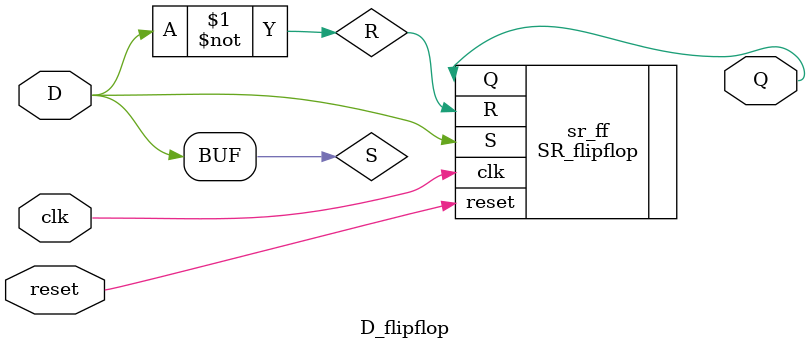
<source format=v>
`timescale 1ns / 1ps


module D_flipflop (
    input D, clk, reset,
    output Q
);
    wire S, R;

    assign S = D;
    assign R = ~D;

    SR_flipflop sr_ff (.S(S), .R(R), .clk(clk), .reset(reset), .Q(Q));
endmodule

</source>
